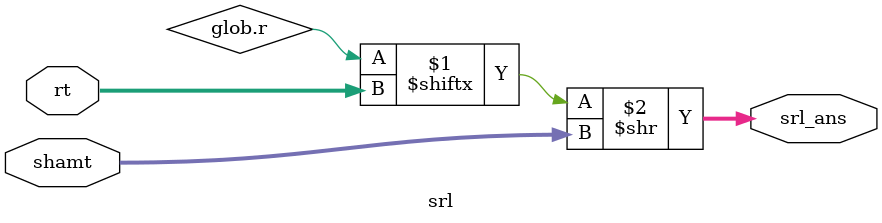
<source format=v>
module srl
(
	 input      [4:0] rt, 
	 input	   [4:0] shamt,
	 output     [31:0] srl_ans
);

assign srl_ans = glob.r[rt] >> shamt;
	
endmodule

</source>
